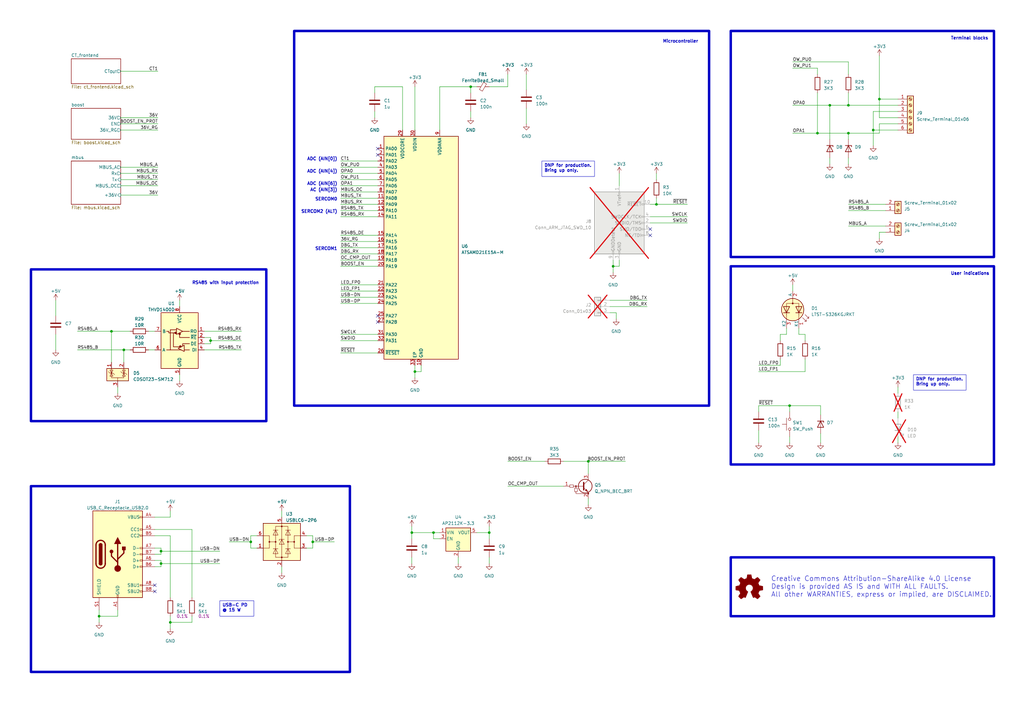
<source format=kicad_sch>
(kicad_sch (version 20230121) (generator eeschema)
  (paper "A3")
  (title_block (title "emonHP") (date "2024-08-11") (rev "0.1-dev") (company "Tilt Ltd / OpenEnergyMonitor") (comment 1 "Creative Commons Attribution-ShareAlike 4.0 License") (comment 2 "Commit: gitrev"))
  (lib_symbols
    (symbol "Connector:Conn_ARM_JTAG_SWD_10" (pin_names (offset 1.016))
      (property "Reference" "J" (at -2.54 16.51 0))
      (property "Value" "Conn_ARM_JTAG_SWD_10" (at -2.54 13.97 0))
      (symbol "Conn_ARM_JTAG_SWD_10_1_1"
        (pin power_in line (at 0 15.24 270) (length 2.54) (name "VTref") (number "1"))
        (pin open_collector line (at 12.7 7.62 180) (length 2.54) (name "~{RESET}") (number "10"))
        (pin bidirectional line (at 12.7 0 180) (length 2.54) (name "SWDIO/TMS") (number "2"))
        (pin power_in line (at 0 -15.24 90) (length 2.54) (name "GND") (number "3"))
        (pin output line (at 12.7 2.54 180) (length 2.54) (name "SWDCLK/TCK") (number "4"))
        (pin passive line (at 0 -15.24 90) (length 2.54) hide (name "GND") (number "5"))
        (pin input line (at 12.7 -2.54 180) (length 2.54) (name "SWO/TDO") (number "6"))
        (pin no_connect line (at -10.16 0 0) (length 2.54) hide (name "KEY") (number "7"))
        (pin output line (at 12.7 -5.08 180) (length 2.54) (name "NC/TDI") (number "8"))
        (pin passive line (at -2.54 -15.24 90) (length 2.54) (name "GNDDetect") (number "9"))
      )
    )
    (symbol "Connector:Screw_Terminal_01x02" (pin_names (offset 1.016) hide)
      (property "Reference" "J" (at 0 2.54 0))
      (property "Value" "Screw_Terminal_01x02" (at 0 -5.08 0))
      (symbol "Screw_Terminal_01x02_1_1"
        (pin passive line (at -5.08 0 0) (length 3.81) (name "Pin_1") (number "1"))
        (pin passive line (at -5.08 -2.54 0) (length 3.81) (name "Pin_2") (number "2"))
      )
    )
    (symbol "Connector:Screw_Terminal_01x06" (pin_names (offset 1.016) hide)
      (property "Reference" "J" (at 0 7.62 0))
      (property "Value" "Screw_Terminal_01x06" (at 0 -10.16 0))
      (symbol "Screw_Terminal_01x06_1_1"
        (pin passive line (at -5.08 5.08 0) (length 3.81) (name "Pin_1") (number "1"))
        (pin passive line (at -5.08 2.54 0) (length 3.81) (name "Pin_2") (number "2"))
        (pin passive line (at -5.08 0 0) (length 3.81) (name "Pin_3") (number "3"))
        (pin passive line (at -5.08 -2.54 0) (length 3.81) (name "Pin_4") (number "4"))
        (pin passive line (at -5.08 -5.08 0) (length 3.81) (name "Pin_5") (number "5"))
        (pin passive line (at -5.08 -7.62 0) (length 3.81) (name "Pin_6") (number "6"))
      )
    )
    (symbol "Connector:USB_C_Receptacle_USB2.0" (pin_names (offset 1.016))
      (property "Reference" "J" (at -10.16 19.05 0))
      (property "Value" "USB_C_Receptacle_USB2.0" (at 19.05 19.05 0))
      (symbol "USB_C_Receptacle_USB2.0_1_1"
        (pin passive line (at 0 -22.86 90) (length 5.08) (name "GND") (number "A1"))
        (pin passive line (at 0 -22.86 90) (length 5.08) hide (name "GND") (number "A12"))
        (pin passive line (at 15.24 15.24 180) (length 5.08) (name "VBUS") (number "A4"))
        (pin bidirectional line (at 15.24 10.16 180) (length 5.08) (name "CC1") (number "A5"))
        (pin bidirectional line (at 15.24 -2.54 180) (length 5.08) (name "D+") (number "A6"))
        (pin bidirectional line (at 15.24 2.54 180) (length 5.08) (name "D-") (number "A7"))
        (pin bidirectional line (at 15.24 -12.7 180) (length 5.08) (name "SBU1") (number "A8"))
        (pin passive line (at 15.24 15.24 180) (length 5.08) hide (name "VBUS") (number "A9"))
        (pin passive line (at 0 -22.86 90) (length 5.08) hide (name "GND") (number "B1"))
        (pin passive line (at 0 -22.86 90) (length 5.08) hide (name "GND") (number "B12"))
        (pin passive line (at 15.24 15.24 180) (length 5.08) hide (name "VBUS") (number "B4"))
        (pin bidirectional line (at 15.24 7.62 180) (length 5.08) (name "CC2") (number "B5"))
        (pin bidirectional line (at 15.24 -5.08 180) (length 5.08) (name "D+") (number "B6"))
        (pin bidirectional line (at 15.24 0 180) (length 5.08) (name "D-") (number "B7"))
        (pin bidirectional line (at 15.24 -15.24 180) (length 5.08) (name "SBU2") (number "B8"))
        (pin passive line (at 15.24 15.24 180) (length 5.08) hide (name "VBUS") (number "B9"))
        (pin passive line (at -7.62 -22.86 90) (length 5.08) (name "SHIELD") (number "S1"))
      )
    )
    (symbol "Connector_Generic:Conn_01x03" (pin_names (offset 1.016) hide)
      (property "Reference" "J" (at 0 5.08 0))
      (property "Value" "Conn_01x03" (at 0 -5.08 0))
      (symbol "Conn_01x03_1_1"
        (pin passive line (at -5.08 2.54 0) (length 3.81) (name "Pin_1") (number "1"))
        (pin passive line (at -5.08 0 0) (length 3.81) (name "Pin_2") (number "2"))
        (pin passive line (at -5.08 -2.54 0) (length 3.81) (name "Pin_3") (number "3"))
      )
    )
    (symbol "Device:C" (pin_numbers hide) (pin_names (offset 0.254))
      (property "Reference" "C" (at 0.635 2.54 0))
      (property "Value" "C" (at 0.635 -2.54 0))
      (symbol "C_1_1"
        (pin passive line (at 0 3.81 270) (length 2.794) (name "~") (number "1"))
        (pin passive line (at 0 -3.81 90) (length 2.794) (name "~") (number "2"))
      )
    )
    (symbol "Device:FerriteBead_Small" (pin_numbers hide) (pin_names (offset 0))
      (property "Reference" "FB" (at 1.905 1.27 0))
      (property "Value" "FerriteBead_Small" (at 1.905 -1.27 0))
      (symbol "FerriteBead_Small_1_1"
        (pin passive line (at 0 2.54 270) (length 1.27) (name "~") (number "1"))
        (pin passive line (at 0 -2.54 90) (length 1.27) (name "~") (number "2"))
      )
    )
    (symbol "Device:LED" (pin_numbers hide) (pin_names (offset 1.016) hide)
      (property "Reference" "D" (at 0 2.54 0))
      (property "Value" "LED" (at 0 -2.54 0))
      (symbol "LED_1_1"
        (pin passive line (at -3.81 0 0) (length 2.54) (name "K") (number "1"))
        (pin passive line (at 3.81 0 180) (length 2.54) (name "A") (number "2"))
      )
    )
    (symbol "Device:LED_Dual_KAK" (pin_names (offset 0))
      (property "Reference" "D" (at 0 5.715 0))
      (property "Value" "LED_Dual_KAK" (at 0 -6.35 0))
      (symbol "LED_Dual_KAK_1_1"
        (pin input line (at 7.62 2.54 180) (length 3.81) (name "K1") (number "1"))
        (pin input line (at -7.62 0 0) (length 3.048) (name "A") (number "2"))
        (pin input line (at 7.62 -2.54 180) (length 3.81) (name "K2") (number "3"))
      )
    )
    (symbol "Device:Q_NPN_BEC_BRT" (pin_names hide)
      (property "Reference" "Q" (at 3.81 1.27 0))
      (property "Value" "Q_NPN_BEC_BRT" (at 3.81 -1.27 0))
      (symbol "Q_NPN_BEC_BRT_1_1"
        (pin input line (at -8.89 0 0) (length 2.54) (name "B") (number "1"))
        (pin passive line (at 1.27 -5.08 90) (length 2.54) (name "E") (number "2"))
        (pin passive line (at 1.27 5.08 270) (length 2.54) (name "C") (number "3"))
      )
    )
    (symbol "Device:R" (pin_numbers hide) (pin_names (offset 0))
      (property "Reference" "R" (at 2.032 0 90))
      (property "Value" "R" (at 0 0 90))
      (symbol "R_1_1"
        (pin passive line (at 0 3.81 270) (length 1.27) (name "~") (number "1"))
        (pin passive line (at 0 -3.81 90) (length 1.27) (name "~") (number "2"))
      )
    )
    (symbol "Diode:ESD5Zxx" (pin_numbers hide) (pin_names hide)
      (property "Reference" "D" (at 0 2.54 0))
      (property "Value" "ESD5Zxx" (at 0 -2.54 0))
      (symbol "ESD5Zxx_1_1"
        (pin passive line (at -3.81 0 0) (length 2.54) (name "K") (number "1"))
        (pin passive line (at 3.81 0 180) (length 2.54) (name "A") (number "2"))
      )
    )
    (symbol "Graphic:Logo_Open_Hardware_Small" (in_bom no) (on_board no))
    (symbol "Interface_UART:THVD1400D"
      (property "Reference" "U" (at -6.096 11.43 0))
      (property "Value" "THVD1400D" (at 0.762 11.43 0))
      (symbol "THVD1400D_1_1"
        (pin output line (at -10.16 2.54 0) (length 2.54) (name "RO") (number "1"))
        (pin input line (at -10.16 0 0) (length 2.54) (name "~{RE}") (number "2"))
        (pin input line (at -10.16 -2.54 0) (length 2.54) (name "DE") (number "3"))
        (pin input line (at -10.16 -5.08 0) (length 2.54) (name "DI") (number "4"))
        (pin power_in line (at 0 -15.24 90) (length 2.54) (name "GND") (number "5"))
        (pin bidirectional line (at 10.16 -5.08 180) (length 2.54) (name "A") (number "6"))
        (pin bidirectional line (at 10.16 2.54 180) (length 2.54) (name "B") (number "7"))
        (pin power_in line (at 0 12.7 270) (length 2.54) (name "VCC") (number "8"))
      )
    )
    (symbol "MCU_Microchip_SAMD:ATSAMD21E15A-M"
      (property "Reference" "U" (at 0 2.54 0))
      (property "Value" "ATSAMD21E15A-M" (at 0 -2.54 0))
      (symbol "ATSAMD21E15A-M_1_1"
        (pin bidirectional line (at -17.78 40.64 0) (length 2.54) (name "PA00") (number "1"))
        (pin power_in line (at 0 -48.26 90) (length 2.54) (name "GND") (number "10"))
        (pin bidirectional line (at -17.78 20.32 0) (length 2.54) (name "PA08") (number "11"))
        (pin bidirectional line (at -17.78 17.78 0) (length 2.54) (name "PA09") (number "12"))
        (pin bidirectional line (at -17.78 15.24 0) (length 2.54) (name "PA10") (number "13"))
        (pin bidirectional line (at -17.78 12.7 0) (length 2.54) (name "PA11") (number "14"))
        (pin bidirectional line (at -17.78 5.08 0) (length 2.54) (name "PA14") (number "15"))
        (pin bidirectional line (at -17.78 2.54 0) (length 2.54) (name "PA15") (number "16"))
        (pin bidirectional line (at -17.78 0 0) (length 2.54) (name "PA16") (number "17"))
        (pin bidirectional line (at -17.78 -2.54 0) (length 2.54) (name "PA17") (number "18"))
        (pin bidirectional line (at -17.78 -5.08 0) (length 2.54) (name "PA18") (number "19"))
        (pin bidirectional line (at -17.78 38.1 0) (length 2.54) (name "PA01") (number "2"))
        (pin bidirectional line (at -17.78 -7.62 0) (length 2.54) (name "PA19") (number "20"))
        (pin bidirectional line (at -17.78 -15.24 0) (length 2.54) (name "PA22") (number "21"))
        (pin bidirectional line (at -17.78 -17.78 0) (length 2.54) (name "PA23") (number "22"))
        (pin bidirectional line (at -17.78 -20.32 0) (length 2.54) (name "PA24") (number "23"))
        (pin bidirectional line (at -17.78 -22.86 0) (length 2.54) (name "PA25") (number "24"))
        (pin bidirectional line (at -17.78 -27.94 0) (length 2.54) (name "PA27") (number "25"))
        (pin input line (at -17.78 -43.18 0) (length 2.54) (name "~{RESET}") (number "26"))
        (pin bidirectional line (at -17.78 -30.48 0) (length 2.54) (name "PA28") (number "27"))
        (pin passive line (at 0 -48.26 90) (length 2.54) hide (name "GND") (number "28"))
        (pin power_out line (at -7.62 48.26 270) (length 2.54) (name "VDDCORE") (number "29"))
        (pin bidirectional line (at -17.78 35.56 0) (length 2.54) (name "PA02") (number "3"))
        (pin power_in line (at -2.54 48.26 270) (length 2.54) (name "VDDIN") (number "30"))
        (pin bidirectional line (at -17.78 -35.56 0) (length 2.54) (name "PA30") (number "31"))
        (pin bidirectional line (at -17.78 -38.1 0) (length 2.54) (name "PA31") (number "32"))
        (pin passive line (at -2.54 -48.26 90) (length 2.54) (name "EP") (number "33"))
        (pin bidirectional line (at -17.78 33.02 0) (length 2.54) (name "PA03") (number "4"))
        (pin bidirectional line (at -17.78 30.48 0) (length 2.54) (name "PA04") (number "5"))
        (pin bidirectional line (at -17.78 27.94 0) (length 2.54) (name "PA05") (number "6"))
        (pin bidirectional line (at -17.78 25.4 0) (length 2.54) (name "PA06") (number "7"))
        (pin bidirectional line (at -17.78 22.86 0) (length 2.54) (name "PA07") (number "8"))
        (pin power_in line (at 7.62 48.26 270) (length 2.54) (name "VDDANA") (number "9"))
      )
    )
    (symbol "Power_Protection:NUP2105L" (pin_names hide)
      (property "Reference" "D" (at 5.715 2.54 0))
      (property "Value" "NUP2105L" (at 5.715 0.635 0))
      (symbol "NUP2105L_0_0"
        (pin passive line (at 0 -5.08 90) (length 2.54) (name "A") (number "3"))
      )
      (symbol "NUP2105L_1_1"
        (pin passive line (at -2.54 5.08 270) (length 2.54) (name "K") (number "1"))
        (pin passive line (at 2.54 5.08 270) (length 2.54) (name "K") (number "2"))
      )
    )
    (symbol "Power_Protection:USBLC6-2P6" (pin_names hide)
      (property "Reference" "U" (at 2.54 8.89 0))
      (property "Value" "USBLC6-2P6" (at 2.54 -8.89 0))
      (symbol "USBLC6-2P6_1_1"
        (pin passive line (at -10.16 -2.54 0) (length 2.54) (name "I/O1") (number "1"))
        (pin passive line (at 0 -10.16 90) (length 2.54) (name "GND") (number "2"))
        (pin passive line (at 10.16 -2.54 180) (length 2.54) (name "I/O2") (number "3"))
        (pin passive line (at 10.16 2.54 180) (length 2.54) (name "I/O2") (number "4"))
        (pin passive line (at 0 10.16 270) (length 2.54) (name "VBUS") (number "5"))
        (pin passive line (at -10.16 2.54 0) (length 2.54) (name "I/O1") (number "6"))
      )
    )
    (symbol "Regulator_Linear:AP2112K-3.3" (pin_names (offset 0.254))
      (property "Reference" "U" (at -5.08 5.715 0))
      (property "Value" "AP2112K-3.3" (at 0 5.715 0))
      (symbol "AP2112K-3.3_1_1"
        (pin power_in line (at -7.62 2.54 0) (length 2.54) (name "VIN") (number "1"))
        (pin power_in line (at 0 -7.62 90) (length 2.54) (name "GND") (number "2"))
        (pin input line (at -7.62 0 0) (length 2.54) (name "EN") (number "3"))
        (pin no_connect line (at 5.08 0 180) (length 2.54) hide (name "NC") (number "4"))
        (pin power_out line (at 7.62 2.54 180) (length 2.54) (name "VOUT") (number "5"))
      )
    )
    (symbol "Switch:SW_Push" (pin_numbers hide) (pin_names (offset 1.016) hide)
      (property "Reference" "SW" (at 1.27 2.54 0))
      (property "Value" "SW_Push" (at 0 -1.524 0))
      (symbol "SW_Push_0_1"
        (pin passive line (at -5.08 0 0) (length 2.54) (name "1") (number "1"))
        (pin passive line (at 5.08 0 180) (length 2.54) (name "2") (number "2"))
      )
    )
    (symbol "power:+3V3" (power) (pin_names (offset 0))
      (property "Value" "+3V3" (at 0 3.556 0))
      (symbol "+3V3_1_1"
        (pin power_in line (at 0 0 90) (length 0) hide (name "+3V3") (number "1"))
      )
    )
    (symbol "power:+5V" (power) (pin_names (offset 0))
      (property "Value" "+5V" (at 0 3.556 0))
      (symbol "+5V_1_1"
        (pin power_in line (at 0 0 90) (length 0) hide (name "+5V") (number "1"))
      )
    )
    (symbol "power:GND" (power) (pin_names (offset 0))
      (property "Value" "GND" (at 0 -3.81 0))
      (symbol "GND_1_1"
        (pin power_in line (at 0 0 270) (length 0) hide (name "GND") (number "1"))
      )
    )
  )
  (junction (at 200.66 218.44))
  (junction (at 170.18 152.4))
  (junction (at 168.91 218.44))
  (junction (at 347.98 54.61))
  (junction (at 360.68 40.64))
  (junction (at 340.36 43.18))
  (junction (at 269.24 83.82))
  (junction (at 50.8 143.51))
  (junction (at 86.36 139.7))
  (junction (at 335.28 54.61))
  (junction (at 66.04 231.14))
  (junction (at 128.27 222.25))
  (junction (at 323.85 166.37))
  (junction (at 66.04 226.06))
  (junction (at 177.8 218.44))
  (junction (at 40.64 252.73))
  (junction (at 347.98 43.18))
  (junction (at 251.46 109.22))
  (junction (at 358.14 53.34))
  (junction (at 102.87 222.25))
  (junction (at 45.72 135.89))
  (junction (at 69.85 255.27))
  (junction (at 193.04 35.56))
  (junction (at 241.3 189.23))
  (no_connect (at 266.7 93.98))
  (no_connect (at 63.5 240.03))
  (no_connect (at 154.94 129.54))
  (no_connect (at 266.7 96.52))
  (no_connect (at 154.94 132.08))
  (no_connect (at 154.94 60.96))
  (no_connect (at 63.5 242.57))
  (no_connect (at 154.94 63.5))
  (wire (pts (xy 200.66 228.6) (xy 200.66 231.14)))
  (wire (pts (xy 363.22 95.25) (xy 360.68 95.25)))
  (wire (pts (xy 368.3 158.75) (xy 368.3 161.29)))
  (wire (pts (xy 139.7 124.46) (xy 154.94 124.46)))
  (wire (pts (xy 66.04 231.14) (xy 90.17 231.14)))
  (wire (pts (xy 330.2 137.16) (xy 330.2 139.7)))
  (wire (pts (xy 336.55 166.37) (xy 336.55 170.18)))
  (wire (pts (xy 172.72 149.86) (xy 172.72 152.4)))
  (wire (pts (xy 325.12 27.94) (xy 335.28 27.94)))
  (wire (pts (xy 323.85 166.37) (xy 336.55 166.37)))
  (wire (pts (xy 323.85 179.07) (xy 323.85 181.61)))
  (wire (pts (xy 139.7 66.04) (xy 154.94 66.04)))
  (wire (pts (xy 180.34 53.34) (xy 180.34 35.56)))
  (wire (pts (xy 168.91 218.44) (xy 168.91 215.9)))
  (wire (pts (xy 102.87 224.79) (xy 105.41 224.79)))
  (wire (pts (xy 128.27 222.25) (xy 128.27 224.79)))
  (wire (pts (xy 139.7 101.6) (xy 154.94 101.6)))
  (wire (pts (xy 360.68 95.25) (xy 360.68 97.79)))
  (wire (pts (xy 250.19 128.27) (xy 252.73 128.27)))
  (wire (pts (xy 102.87 222.25) (xy 102.87 224.79)))
  (wire (pts (xy 358.14 53.34) (xy 368.3 53.34)))
  (wire (pts (xy 200.66 218.44) (xy 200.66 220.98)))
  (wire (pts (xy 139.7 139.7) (xy 154.94 139.7)))
  (wire (pts (xy 347.98 43.18) (xy 347.98 38.1)))
  (wire (pts (xy 327.66 134.62) (xy 327.66 137.16)))
  (wire (pts (xy 322.58 137.16) (xy 320.04 137.16)))
  (wire (pts (xy 170.18 152.4) (xy 170.18 154.94)))
  (wire (pts (xy 139.7 81.28) (xy 154.94 81.28)))
  (wire (pts (xy 168.91 220.98) (xy 168.91 218.44)))
  (wire (pts (xy 360.68 48.26) (xy 360.68 40.64)))
  (wire (pts (xy 347.98 30.48) (xy 347.98 25.4)))
  (wire (pts (xy 325.12 116.84) (xy 325.12 119.38)))
  (wire (pts (xy 231.14 189.23) (xy 241.3 189.23)))
  (wire (pts (xy 170.18 35.56) (xy 170.18 53.34)))
  (wire (pts (xy 193.04 38.1) (xy 193.04 35.56)))
  (wire (pts (xy 66.04 232.41) (xy 63.5 232.41)))
  (wire (pts (xy 40.64 252.73) (xy 40.64 255.27)))
  (wire (pts (xy 325.12 43.18) (xy 340.36 43.18)))
  (wire (pts (xy 49.53 76.2) (xy 64.77 76.2)))
  (wire (pts (xy 208.28 189.23) (xy 223.52 189.23)))
  (wire (pts (xy 311.15 149.86) (xy 320.04 149.86)))
  (wire (pts (xy 86.36 139.7) (xy 99.06 139.7)))
  (wire (pts (xy 153.67 45.72) (xy 153.67 48.26)))
  (wire (pts (xy 115.57 209.55) (xy 115.57 212.09)))
  (wire (pts (xy 311.15 168.91) (xy 311.15 166.37)))
  (wire (pts (xy 325.12 25.4) (xy 347.98 25.4)))
  (wire (pts (xy 187.96 228.6) (xy 187.96 231.14)))
  (wire (pts (xy 358.14 45.72) (xy 368.3 45.72)))
  (wire (pts (xy 340.36 43.18) (xy 347.98 43.18)))
  (wire (pts (xy 83.82 138.43) (xy 86.36 138.43)))
  (wire (pts (xy 215.9 44.45) (xy 215.9 50.8)))
  (wire (pts (xy 139.7 78.74) (xy 154.94 78.74)))
  (wire (pts (xy 49.53 48.26) (xy 64.77 48.26)))
  (wire (pts (xy 200.66 35.56) (xy 208.28 35.56)))
  (wire (pts (xy 363.22 86.36) (xy 347.98 86.36)))
  (wire (pts (xy 128.27 222.25) (xy 137.16 222.25)))
  (wire (pts (xy 139.7 71.12) (xy 154.94 71.12)))
  (wire (pts (xy 165.1 35.56) (xy 165.1 53.34)))
  (wire (pts (xy 360.68 22.86) (xy 360.68 40.64)))
  (wire (pts (xy 358.14 45.72) (xy 358.14 53.34)))
  (wire (pts (xy 105.41 219.71) (xy 102.87 219.71)))
  (wire (pts (xy 254 71.12) (xy 254 76.2)))
  (wire (pts (xy 63.5 217.17) (xy 78.74 217.17)))
  (wire (pts (xy 60.96 143.51) (xy 63.5 143.51)))
  (wire (pts (xy 102.87 219.71) (xy 102.87 222.25)))
  (wire (pts (xy 69.85 255.27) (xy 78.74 255.27)))
  (wire (pts (xy 63.5 212.09) (xy 69.85 212.09)))
  (wire (pts (xy 340.36 64.77) (xy 340.36 67.31)))
  (wire (pts (xy 251.46 106.68) (xy 251.46 109.22)))
  (wire (pts (xy 335.28 54.61) (xy 335.28 38.1)))
  (wire (pts (xy 266.7 83.82) (xy 269.24 83.82)))
  (wire (pts (xy 208.28 199.39) (xy 231.14 199.39)))
  (wire (pts (xy 139.7 106.68) (xy 154.94 106.68)))
  (wire (pts (xy 170.18 152.4) (xy 172.72 152.4)))
  (wire (pts (xy 347.98 54.61) (xy 347.98 57.15)))
  (wire (pts (xy 83.82 143.51) (xy 99.06 143.51)))
  (wire (pts (xy 269.24 71.12) (xy 269.24 73.66)))
  (wire (pts (xy 78.74 217.17) (xy 78.74 245.11)))
  (wire (pts (xy 45.72 135.89) (xy 45.72 148.59)))
  (wire (pts (xy 69.85 212.09) (xy 69.85 209.55)))
  (wire (pts (xy 139.7 83.82) (xy 154.94 83.82)))
  (wire (pts (xy 241.3 204.47) (xy 241.3 207.01)))
  (wire (pts (xy 50.8 143.51) (xy 53.34 143.51)))
  (wire (pts (xy 322.58 134.62) (xy 322.58 137.16)))
  (wire (pts (xy 360.68 54.61) (xy 347.98 54.61)))
  (wire (pts (xy 31.75 135.89) (xy 45.72 135.89)))
  (wire (pts (xy 193.04 35.56) (xy 195.58 35.56)))
  (wire (pts (xy 266.7 91.44) (xy 281.94 91.44)))
  (wire (pts (xy 139.7 104.14) (xy 154.94 104.14)))
  (wire (pts (xy 320.04 147.32) (xy 320.04 149.86)))
  (wire (pts (xy 63.5 219.71) (xy 69.85 219.71)))
  (wire (pts (xy 266.7 88.9) (xy 281.94 88.9)))
  (wire (pts (xy 139.7 76.2) (xy 154.94 76.2)))
  (wire (pts (xy 330.2 147.32) (xy 330.2 152.4)))
  (wire (pts (xy 180.34 220.98) (xy 177.8 220.98)))
  (wire (pts (xy 311.15 176.53) (xy 311.15 181.61)))
  (wire (pts (xy 73.66 153.67) (xy 73.66 156.21)))
  (wire (pts (xy 340.36 43.18) (xy 340.36 57.15)))
  (wire (pts (xy 83.82 140.97) (xy 86.36 140.97)))
  (wire (pts (xy 311.15 166.37) (xy 323.85 166.37)))
  (wire (pts (xy 241.3 189.23) (xy 241.3 194.31)))
  (wire (pts (xy 139.7 86.36) (xy 154.94 86.36)))
  (wire (pts (xy 252.73 128.27) (xy 252.73 130.81)))
  (wire (pts (xy 128.27 219.71) (xy 128.27 222.25)))
  (wire (pts (xy 125.73 219.71) (xy 128.27 219.71)))
  (wire (pts (xy 40.64 252.73) (xy 48.26 252.73)))
  (wire (pts (xy 336.55 177.8) (xy 336.55 181.61)))
  (wire (pts (xy 347.98 54.61) (xy 335.28 54.61)))
  (wire (pts (xy 49.53 50.8) (xy 64.77 50.8)))
  (wire (pts (xy 69.85 255.27) (xy 69.85 257.81)))
  (wire (pts (xy 48.26 250.19) (xy 48.26 252.73)))
  (wire (pts (xy 325.12 54.61) (xy 335.28 54.61)))
  (wire (pts (xy 168.91 228.6) (xy 168.91 231.14)))
  (wire (pts (xy 139.7 68.58) (xy 154.94 68.58)))
  (wire (pts (xy 254 106.68) (xy 254 109.22)))
  (wire (pts (xy 360.68 50.8) (xy 360.68 54.61)))
  (wire (pts (xy 115.57 232.41) (xy 115.57 234.95)))
  (wire (pts (xy 50.8 143.51) (xy 50.8 148.59)))
  (wire (pts (xy 180.34 35.56) (xy 193.04 35.56)))
  (wire (pts (xy 78.74 252.73) (xy 78.74 255.27)))
  (wire (pts (xy 327.66 137.16) (xy 330.2 137.16)))
  (wire (pts (xy 139.7 137.16) (xy 154.94 137.16)))
  (wire (pts (xy 208.28 35.56) (xy 208.28 30.48)))
  (wire (pts (xy 251.46 109.22) (xy 251.46 111.76)))
  (wire (pts (xy 45.72 135.89) (xy 53.34 135.89)))
  (wire (pts (xy 195.58 218.44) (xy 200.66 218.44)))
  (wire (pts (xy 139.7 121.92) (xy 154.94 121.92)))
  (wire (pts (xy 60.96 135.89) (xy 63.5 135.89)))
  (wire (pts (xy 193.04 45.72) (xy 193.04 48.26)))
  (wire (pts (xy 363.22 92.71) (xy 347.98 92.71)))
  (wire (pts (xy 347.98 64.77) (xy 347.98 67.31)))
  (wire (pts (xy 49.53 53.34) (xy 64.77 53.34)))
  (wire (pts (xy 360.68 48.26) (xy 368.3 48.26)))
  (wire (pts (xy 66.04 224.79) (xy 63.5 224.79)))
  (wire (pts (xy 66.04 226.06) (xy 66.04 224.79)))
  (wire (pts (xy 153.67 38.1) (xy 153.67 35.56)))
  (wire (pts (xy 40.64 250.19) (xy 40.64 252.73)))
  (wire (pts (xy 368.3 179.07) (xy 368.3 181.61)))
  (wire (pts (xy 139.7 99.06) (xy 154.94 99.06)))
  (wire (pts (xy 86.36 139.7) (xy 86.36 140.97)))
  (wire (pts (xy 265.43 123.19) (xy 250.19 123.19)))
  (wire (pts (xy 69.85 219.71) (xy 69.85 245.11)))
  (wire (pts (xy 251.46 109.22) (xy 254 109.22)))
  (wire (pts (xy 368.3 168.91) (xy 368.3 171.45)))
  (wire (pts (xy 265.43 125.73) (xy 250.19 125.73)))
  (wire (pts (xy 86.36 138.43) (xy 86.36 139.7)))
  (wire (pts (xy 368.3 50.8) (xy 360.68 50.8)))
  (wire (pts (xy 200.66 218.44) (xy 200.66 215.9)))
  (wire (pts (xy 269.24 81.28) (xy 269.24 83.82)))
  (wire (pts (xy 73.66 123.19) (xy 73.66 125.73)))
  (wire (pts (xy 311.15 152.4) (xy 330.2 152.4)))
  (wire (pts (xy 347.98 43.18) (xy 368.3 43.18)))
  (wire (pts (xy 320.04 137.16) (xy 320.04 139.7)))
  (wire (pts (xy 241.3 189.23) (xy 256.54 189.23)))
  (wire (pts (xy 139.7 144.78) (xy 154.94 144.78)))
  (wire (pts (xy 66.04 229.87) (xy 66.04 231.14)))
  (wire (pts (xy 139.7 109.22) (xy 154.94 109.22)))
  (wire (pts (xy 358.14 53.34) (xy 358.14 59.69)))
  (wire (pts (xy 153.67 35.56) (xy 165.1 35.56)))
  (wire (pts (xy 125.73 224.79) (xy 128.27 224.79)))
  (wire (pts (xy 323.85 166.37) (xy 323.85 168.91)))
  (wire (pts (xy 49.53 71.12) (xy 64.77 71.12)))
  (wire (pts (xy 49.53 80.01) (xy 64.77 80.01)))
  (wire (pts (xy 139.7 119.38) (xy 154.94 119.38)))
  (wire (pts (xy 335.28 30.48) (xy 335.28 27.94)))
  (wire (pts (xy 49.53 29.21) (xy 64.77 29.21)))
  (wire (pts (xy 31.75 143.51) (xy 50.8 143.51)))
  (wire (pts (xy 269.24 83.82) (xy 281.94 83.82)))
  (wire (pts (xy 48.26 158.75) (xy 48.26 161.29)))
  (wire (pts (xy 170.18 149.86) (xy 170.18 152.4)))
  (wire (pts (xy 139.7 73.66) (xy 154.94 73.66)))
  (wire (pts (xy 69.85 252.73) (xy 69.85 255.27)))
  (wire (pts (xy 49.53 68.58) (xy 64.77 68.58)))
  (wire (pts (xy 83.82 135.89) (xy 99.06 135.89)))
  (wire (pts (xy 177.8 218.44) (xy 180.34 218.44)))
  (wire (pts (xy 363.22 83.82) (xy 347.98 83.82)))
  (wire (pts (xy 168.91 218.44) (xy 177.8 218.44)))
  (wire (pts (xy 177.8 218.44) (xy 177.8 220.98)))
  (wire (pts (xy 139.7 116.84) (xy 154.94 116.84)))
  (wire (pts (xy 66.04 227.33) (xy 66.04 226.06)))
  (wire (pts (xy 93.98 222.25) (xy 102.87 222.25)))
  (wire (pts (xy 63.5 227.33) (xy 66.04 227.33)))
  (wire (pts (xy 63.5 229.87) (xy 66.04 229.87)))
  (wire (pts (xy 22.86 123.19) (xy 22.86 129.54)))
  (wire (pts (xy 22.86 137.16) (xy 22.86 143.51)))
  (wire (pts (xy 49.53 73.66) (xy 64.77 73.66)))
  (wire (pts (xy 66.04 231.14) (xy 66.04 232.41)))
  (wire (pts (xy 360.68 40.64) (xy 368.3 40.64)))
  (wire (pts (xy 66.04 226.06) (xy 90.17 226.06)))
  (wire (pts (xy 139.7 88.9) (xy 154.94 88.9)))
  (wire (pts (xy 139.7 96.52) (xy 154.94 96.52)))
  (wire (pts (xy 215.9 30.48) (xy 215.9 36.83)))
  (rectangle (start 299.72 12.7) (end 407.67 105.41) (stroke (width 1)))
  (rectangle (start 299.72 228.6) (end 407.67 252.73) (stroke (width 1)))
  (rectangle (start 12.7 110.49) (end 109.22 172.72) (stroke (width 1)))
  (rectangle (start 120.65 12.7) (end 290.83 166.37) (stroke (width 1)))
  (rectangle (start 12.7 199.39) (end 143.51 275.59) (stroke (width 1)))
  (rectangle (start 299.72 109.22) (end 407.67 190.5) (stroke (width 1)))
  (text_box "USB-C PD\n@ 15 W" (at 90.17 246.38 0) (size 13.97 6.35) (effects (font (size 1.27 1.27) (thickness 0.254) bold) (justify left top)))
  (text_box "DNP for production.\nBring up only." (at 374.65 153.67 0) (size 21.59 6.35) (effects (font (size 1.27 1.27) bold) (justify left top)))
  (text_box "DNP for production.\nBring up only." (at 222.25 66.04 0) (size 21.59 6.35) (effects (font (size 1.27 1.27) bold) (justify left top)))
  (text "RS485 with input protection" (at 78.74 116.84 0) (effects (font (size 1.27 1.27) (thickness 0.254) bold) (justify left bottom)))
  (text "ADC (AIN[4])" (at 138.43 71.12 0) (effects (font (size 1.27 1.27) bold) (justify right bottom)))
  (text "SERCOM2 (ALT)" (at 138.43 87.63 0) (effects (font (size 1.27 1.27) bold) (justify right bottom)))
  (text "ADC (AIN[6])" (at 138.43 76.2 0) (effects (font (size 1.27 1.27) bold) (justify right bottom)))
  (text "AC (AIN[3])" (at 138.43 78.74 0) (effects (font (size 1.27 1.27) bold) (justify right bottom)))
  (text "SERCOM0" (at 138.43 82.55 0) (effects (font (size 1.27 1.27) bold) (justify right bottom)))
  (text "Terminal blocks" (at 389.89 16.51 0) (effects (font (size 1.27 1.27) bold) (justify left bottom)))
  (text "Microcontroller" (at 271.78 17.78 0) (effects (font (size 1.27 1.27) bold) (justify left bottom)))
  (text "ADC (AIN[0])" (at 138.43 66.04 0) (effects (font (size 1.27 1.27) bold) (justify right bottom)))
  (text "User indications" (at 389.89 113.03 0) (effects (font (size 1.27 1.27) bold) (justify left bottom)))
  (text "SERCOM1" (at 138.43 102.87 0) (effects (font (size 1.27 1.27) bold) (justify right bottom)))
  (text "Creative Commons Attribution-ShareAlike 4.0 License\nDesign is provided AS IS and WITH ALL FAULTS.\nAll other WARRANTIES, express or implied, are DISCLAIMED." (at 316.23 245.11 0) (effects (font (size 2 2)) (justify left bottom)))
  (label "RS485_TX" (at 99.06 143.51 180))
  (label "RS485_A" (at 31.75 135.89 0))
  (label "RS485_DE" (at 139.7 96.52 0))
  (label "LED_FP1" (at 139.7 119.38 0))
  (label "DBG_RX" (at 265.43 125.73 180))
  (label "MBUS_RX" (at 64.77 71.12 180))
  (label "OPA1" (at 325.12 54.61 0))
  (label "BOOST_EN_PROT" (at 64.77 50.8 180))
  (label "MBUS_TX" (at 64.77 73.66 180))
  (label "DBG_TX" (at 139.7 101.6 0))
  (label "RS485_RX" (at 139.7 88.9 0))
  (label "36V" (at 64.77 80.01 180))
  (label "OPA0" (at 139.7 71.12 0))
  (label "BOOST_EN" (at 139.7 109.22 0))
  (label "SWDIO" (at 139.7 139.7 0))
  (label "RS485_A" (at 347.98 83.82 0))
  (label "RS485_TX" (at 139.7 86.36 0))
  (label "LED_FP0" (at 311.15 149.86 0))
  (label "OW_PU1" (at 325.12 27.94 0))
  (label "OW_PU1" (at 139.7 73.66 0))
  (label "OW_PU0" (at 325.12 25.4 0))
  (label "MBUS_OC" (at 64.77 76.2 180))
  (label "USB-DN" (at 90.17 226.06 180))
  (label "36V_RG" (at 139.7 99.06 0))
  (label "~{RESET}" (at 311.15 166.37 0))
  (label "OC_CMP_OUT" (at 139.7 106.68 0))
  (label "OPA0" (at 325.12 43.18 0))
  (label "CT1" (at 139.7 66.04 0))
  (label "36V_RG" (at 64.77 53.34 180))
  (label "DBG_TX" (at 265.43 123.19 180))
  (label "RS485_B" (at 31.75 143.51 0))
  (label "SWCLK" (at 281.94 88.9 180))
  (label "RS485_RX" (at 99.06 135.89 180))
  (label "~{RESET}" (at 139.7 144.78 0))
  (label "USB-DP" (at 137.16 222.25 180))
  (label "USB-DP" (at 90.17 231.14 180))
  (label "MBUS_A" (at 64.77 68.58 180))
  (label "RS485_DE" (at 99.06 139.7 180))
  (label "SWCLK" (at 139.7 137.16 0))
  (label "SWDIO" (at 281.94 91.44 180))
  (label "~{RESET}" (at 281.94 83.82 180))
  (label "MBUS_TX" (at 139.7 81.28 0))
  (label "DBG_RX" (at 139.7 104.14 0))
  (label "BOOST_EN_PROT" (at 256.54 189.23 180))
  (label "MBUS_RX" (at 139.7 83.82 0))
  (label "MBUS_A" (at 347.98 92.71 0))
  (label "OW_PU0" (at 139.7 68.58 0))
  (label "USB-DP" (at 139.7 124.46 0))
  (label "RS485_B" (at 347.98 86.36 0))
  (label "CT1" (at 64.77 29.21 180))
  (label "USB-DN" (at 139.7 121.92 0))
  (label "LED_FP1" (at 311.15 152.4 0))
  (label "OC_CMP_OUT" (at 208.28 199.39 0))
  (label "LED_FP0" (at 139.7 116.84 0))
  (label "OPA1" (at 139.7 76.2 0))
  (label "USB-DN" (at 93.98 222.25 0))
  (label "BOOST_EN" (at 208.28 189.23 0))
  (label "MBUS_OC" (at 139.7 78.74 0))
  (label "36V" (at 64.77 48.26 180))
  (symbol (lib_id "power:+3V3") (at 200.66 215.9 0) (unit 1)
    (property "Reference" "#PWR020" (effects hide))
    (property "Value" "+3V3" (at 200.66 212.09 0))
  )
  (symbol (lib_id "power:+5V") (at 69.85 209.55 0) (unit 1)
    (property "Reference" "#PWR07" (effects hide))
    (property "Value" "+5V" (at 69.85 205.74 0))
  )
  (symbol (lib_id "Device:R") (at 335.28 34.29 0) (unit 1)
    (property "Reference" "R27" (at 337.82 33.655 0) (effects (justify left)))
    (property "Value" "3K3" (at 337.82 36.195 0) (effects (justify left)))
    (property "Footprint" "Resistor_SMD:R_0402_1005Metric" (effects hide))
  )
  (symbol (lib_id "Regulator_Linear:AP2112K-3.3") (at 187.96 220.98 0) (unit 1)
    (property "Reference" "U4" (at 187.96 212.09 0))
    (property "Value" "AP2112K-3.3" (at 187.96 214.63 0))
    (property "Footprint" "Package_TO_SOT_SMD:SOT-23-5" (effects hide))
    (property "Datasheet" "https://www.diodes.com/assets/Datasheets/AP2112.pdf" (effects hide))
  )
  (symbol (lib_id "power:GND") (at 193.04 48.26 0) (unit 1)
    (property "Reference" "#PWR09" (effects hide))
    (property "Value" "GND" (at 193.04 53.34 0))
  )
  (symbol (lib_id "power:GND") (at 168.91 231.14 0) (unit 1)
    (property "Reference" "#PWR015" (effects hide))
    (property "Value" "GND" (at 168.91 236.22 0))
  )
  (symbol (lib_id "power:+5V") (at 73.66 123.19 0) (unit 1)
    (property "Reference" "#PWR01" (effects hide))
    (property "Value" "+5V" (at 73.66 119.38 0))
  )
  (symbol (lib_id "power:GND") (at 241.3 207.01 0) (unit 1)
    (property "Reference" "#PWR059" (effects hide))
    (property "Value" "GND" (at 241.3 212.09 0))
  )
  (symbol (lib_id "Diode:ESD5Zxx") (at 340.36 60.96 270) (unit 1)
    (property "Reference" "D8" (at 342.9 60.325 90) (effects (justify left)))
    (property "Value" "ESD5Z3.3T5G" (effects hide))
    (property "Footprint" "Diode_SMD:D_SOD-523" (effects hide))
    (property "Datasheet" "https://www.onsemi.com/pdf/datasheet/esd5z2.5t1-d.pdf" (effects hide))
  )
  (symbol (lib_id "Device:C") (at 215.9 40.64 0) (unit 1)
    (property "Reference" "C3" (at 219.71 40.005 0) (effects (justify left)))
    (property "Value" "100n" (at 219.71 42.545 0) (effects (justify left)))
    (property "Footprint" "Capacitor_SMD:C_0402_1005Metric" (effects hide))
  )
  (symbol (lib_id "power:GND") (at 22.86 143.51 0) (unit 1)
    (property "Reference" "#PWR045" (effects hide))
    (property "Value" "GND" (at 22.86 148.59 0))
  )
  (symbol (lib_id "Device:C") (at 193.04 41.91 0) (unit 1)
    (property "Reference" "C2" (at 196.85 41.275 0) (effects (justify left)))
    (property "Value" "100n" (at 196.85 43.815 0) (effects (justify left)))
    (property "Footprint" "Capacitor_SMD:C_0402_1005Metric" (effects hide))
  )
  (symbol (lib_id "Device:LED") (at 368.3 175.26 90) (unit 1) (dnp yes)
    (property "Reference" "D10" (at 372.11 176.2125 90) (effects (justify right)))
    (property "Value" "LED" (at 372.11 178.7525 90) (effects (justify right)))
    (property "Footprint" "LED_SMD:LED_0805_2012Metric" (effects hide))
  )
  (symbol (lib_id "MCU_Microchip_SAMD:ATSAMD21E15A-M") (at 172.72 101.6 0) (unit 1)
    (property "Reference" "U6" (at 189.23 100.965 0) (effects (justify left)))
    (property "Value" "ATSAMD21E15A-M" (at 189.23 103.505 0) (effects (justify left)))
    (property "Footprint" "Package_DFN_QFN:QFN-32-1EP_5x5mm_P0.5mm_EP3.6x3.6mm" (effects hide))
    (property "Datasheet" "http://ww1.microchip.com/downloads/en/DeviceDoc/SAM_D21_DA1_Family_Data%20Sheet_DS40001882E.pdf" (effects hide))
  )
  (symbol (lib_id "Device:R") (at 347.98 34.29 0) (unit 1)
    (property "Reference" "R28" (at 350.52 33.655 0) (effects (justify left)))
    (property "Value" "3K3" (at 350.52 36.195 0) (effects (justify left)))
    (property "Footprint" "Resistor_SMD:R_0402_1005Metric" (effects hide))
  )
  (symbol (lib_id "power:GND") (at 323.85 181.61 0) (unit 1)
    (property "Reference" "#PWR049" (effects hide))
    (property "Value" "GND" (at 323.85 186.69 0))
  )
  (symbol (lib_id "power:+5V") (at 325.12 116.84 0) (unit 1)
    (property "Reference" "#PWR029" (effects hide))
    (property "Value" "+5V" (at 325.12 113.03 0))
  )
  (symbol (lib_id "Device:C") (at 153.67 41.91 0) (unit 1)
    (property "Reference" "C1" (at 157.48 41.275 0) (effects (justify left)))
    (property "Value" "1u" (at 157.48 43.815 0) (effects (justify left)))
    (property "Footprint" "Capacitor_SMD:C_0402_1005Metric" (effects hide))
  )
  (symbol (lib_id "power:+3V3") (at 368.3 158.75 0) (unit 1)
    (property "Reference" "#PWR058" (effects hide))
    (property "Value" "+3V3" (at 368.3 154.94 0))
  )
  (symbol (lib_id "power:+3V3") (at 208.28 30.48 0) (unit 1)
    (property "Reference" "#PWR010" (effects hide))
    (property "Value" "+3V3" (at 208.28 26.67 0))
  )
  (symbol (lib_id "Device:R") (at 269.24 77.47 0) (unit 1)
    (property "Reference" "R3" (at 271.78 76.835 0) (effects (justify left)))
    (property "Value" "10K" (at 271.78 79.375 0) (effects (justify left)))
    (property "Footprint" "Resistor_SMD:R_0402_1005Metric" (effects hide))
  )
  (symbol (lib_id "power:GND") (at 69.85 257.81 0) (unit 1)
    (property "Reference" "#PWR08" (effects hide))
    (property "Value" "GND" (at 69.85 262.89 0))
  )
  (symbol (lib_id "Connector:Conn_ARM_JTAG_SWD_10") (at 254 91.44 0) (unit 1) (dnp yes)
    (property "Reference" "J8" (at 242.57 90.805 0) (effects (justify right)))
    (property "Value" "Conn_ARM_JTAG_SWD_10" (at 242.57 93.345 0) (effects (justify right)))
    (property "Footprint" "Connector_PinHeader_1.27mm:PinHeader_2x05_P1.27mm_Vertical_SMD" (effects hide))
    (property "Datasheet" "http://infocenter.arm.com/help/topic/com.arm.doc.ddi0314h/DDI0314H_coresight_components_trm.pdf" (effects hide))
  )
  (symbol (lib_id "Device:R") (at 78.74 248.92 0) (unit 1)
    (property "Reference" "R2" (at 81.28 248.285 0) (effects (justify left)))
    (property "Value" "5K1" (at 81.28 250.825 0) (effects (justify left)))
    (property "Footprint" "Resistor_SMD:R_0402_1005Metric" (effects hide))
    (property "Tolerance" "0.1%" (at 81.28 252.73 0) (effects (justify left)))
  )
  (symbol (lib_id "Power_Protection:USBLC6-2P6") (at 115.57 222.25 0) (unit 1)
    (property "Reference" "U3" (at 117.2211 210.82 0) (effects (justify left)))
    (property "Value" "USBLC6-2P6" (at 117.2211 213.36 0) (effects (justify left)))
    (property "Footprint" "Package_TO_SOT_SMD:SOT-666" (effects hide))
    (property "Datasheet" "https://www.st.com/resource/en/datasheet/usblc6-2.pdf" (effects hide))
  )
  (symbol (lib_id "Graphic:Logo_Open_Hardware_Small") (at 307.34 241.3 0) (unit 1) (in_bom no) (on_board no)
    (property "Reference" "#SYM1" (effects hide))
    (property "Value" "Logo_Open_Hardware_Small" (effects hide))
    (property "Sim.Enable" "0" (effects hide))
  )
  (symbol (lib_id "power:+5V") (at 22.86 123.19 0) (unit 1)
    (property "Reference" "#PWR044" (effects hide))
    (property "Value" "+5V" (at 22.86 119.38 0))
  )
  (symbol (lib_id "power:GND") (at 340.36 67.31 0) (unit 1)
    (property "Reference" "#PWR055" (effects hide))
    (property "Value" "GND" (at 340.36 72.39 0))
  )
  (symbol (lib_id "power:GND") (at 48.26 161.29 0) (unit 1)
    (property "Reference" "#PWR051" (effects hide))
    (property "Value" "GND" (at 48.26 166.37 0))
  )
  (symbol (lib_id "Device:C") (at 168.91 224.79 0) (unit 1)
    (property "Reference" "C8" (at 172.72 224.155 0) (effects (justify left)))
    (property "Value" "1u" (at 172.72 226.695 0) (effects (justify left)))
    (property "Footprint" "Capacitor_SMD:C_0402_1005Metric" (effects hide))
  )
  (symbol (lib_id "Device:C") (at 311.15 172.72 0) (unit 1)
    (property "Reference" "C13" (at 314.96 172.085 0) (effects (justify left)))
    (property "Value" "100n" (at 314.96 174.625 0) (effects (justify left)))
    (property "Footprint" "Capacitor_SMD:C_0402_1005Metric" (effects hide))
  )
  (symbol (lib_id "power:+5V") (at 168.91 215.9 0) (unit 1)
    (property "Reference" "#PWR018" (effects hide))
    (property "Value" "+5V" (at 168.91 212.09 0))
  )
  (symbol (lib_id "Switch:SW_Push") (at 323.85 173.99 90) (unit 1)
    (property "Reference" "SW1" (at 325.12 173.355 90) (effects (justify right)))
    (property "Value" "SW_Push" (at 325.12 175.895 90) (effects (justify right)))
    (property "Footprint" "Button_Switch_SMD:Panasonic_EVQPUJ_EVQPUA" (effects hide))
  )
  (symbol (lib_id "Device:R") (at 69.85 248.92 0) (unit 1)
    (property "Reference" "R1" (at 72.39 248.285 0) (effects (justify left)))
    (property "Value" "5K1" (at 72.39 250.825 0) (effects (justify left)))
    (property "Footprint" "Resistor_SMD:R_0402_1005Metric" (effects hide))
    (property "Tolerance" "0.1%" (at 72.39 252.73 0) (effects (justify left)))
  )
  (symbol (lib_id "Connector:USB_C_Receptacle_USB2.0") (at 48.26 227.33 0) (unit 1)
    (property "Reference" "J1" (at 48.26 205.74 0))
    (property "Value" "USB_C_Receptacle_USB2.0" (at 48.26 208.28 0))
    (property "Footprint" "valcon-usb:CSP-USC16-TR" (effects hide))
    (property "Datasheet" "https://www.usb.org/sites/default/files/documents/usb_type-c.zip" (effects hide))
  )
  (symbol (lib_id "Device:C") (at 200.66 224.79 0) (unit 1)
    (property "Reference" "C9" (at 204.47 224.155 0) (effects (justify left)))
    (property "Value" "1u" (at 204.47 226.695 0) (effects (justify left)))
    (property "Footprint" "Capacitor_SMD:C_0402_1005Metric" (effects hide))
  )
  (symbol (lib_id "Device:R") (at 57.15 135.89 90) (unit 1)
    (property "Reference" "R29" (at 57.15 130.81 90))
    (property "Value" "10R" (at 57.15 133.35 90))
    (property "Footprint" "Resistor_SMD:R_0603_1608Metric" (effects hide))
  )
  (symbol (lib_id "Device:R") (at 227.33 189.23 90) (unit 1)
    (property "Reference" "R35" (at 227.33 184.15 90))
    (property "Value" "3K3" (at 227.33 186.69 90))
    (property "Footprint" "Resistor_SMD:R_0402_1005Metric" (effects hide))
  )
  (symbol (lib_id "power:+5V") (at 115.57 209.55 0) (unit 1)
    (property "Reference" "#PWR013" (effects hide))
    (property "Value" "+5V" (at 115.57 205.74 0))
  )
  (symbol (lib_id "Power_Protection:NUP2105L") (at 48.26 153.67 0) (unit 1)
    (property "Reference" "D5" (at 54.61 153.035 0) (effects (justify left)))
    (property "Value" "CDSOT23-SM712" (at 54.61 155.575 0) (effects (justify left)))
    (property "Footprint" "Package_TO_SOT_SMD:SOT-23" (effects hide))
    (property "Datasheet" "https://www.mouser.co.uk/datasheet/2/54/CDSOT23_SM712-1635169.pdf" (effects hide))
  )
  (symbol (lib_id "power:GND") (at 115.57 234.95 0) (unit 1)
    (property "Reference" "#PWR014" (effects hide))
    (property "Value" "GND" (at 115.57 240.03 0))
  )
  (symbol (lib_id "power:GND") (at 187.96 231.14 0) (unit 1)
    (property "Reference" "#PWR019" (effects hide))
    (property "Value" "GND" (at 187.96 236.22 0))
  )
  (symbol (lib_id "power:+3V3") (at 254 71.12 0) (unit 1)
    (property "Reference" "#PWR046" (effects hide))
    (property "Value" "+3V3" (at 254 67.31 0))
  )
  (symbol (lib_id "power:+3V3") (at 215.9 30.48 0) (unit 1)
    (property "Reference" "#PWR011" (effects hide))
    (property "Value" "+3V3" (at 215.9 26.67 0))
  )
  (symbol (lib_id "power:GND") (at 170.18 154.94 0) (unit 1)
    (property "Reference" "#PWR05" (effects hide))
    (property "Value" "GND" (at 170.18 160.02 0))
  )
  (symbol (lib_id "Diode:ESD5Zxx") (at 336.55 173.99 270) (unit 1)
    (property "Reference" "D7" (at 339.09 173.355 90) (effects (justify left)))
    (property "Value" "ESD5Z3.3T5G" (effects hide))
    (property "Footprint" "Diode_SMD:D_SOD-523" (effects hide))
    (property "Datasheet" "https://www.onsemi.com/pdf/datasheet/esd5z2.5t1-d.pdf" (effects hide))
  )
  (symbol (lib_id "Connector_Generic:Conn_01x03") (at 245.11 125.73 0) (mirror y) (unit 1) (dnp yes)
    (property "Reference" "J2" (at 242.57 125.095 0) (effects (justify left)))
    (property "Value" "Conn_01x03" (at 242.57 127.635 0) (effects (justify left)))
    (property "Footprint" "Connector_PinHeader_2.54mm:PinHeader_1x03_P2.54mm_Vertical" (effects hide))
  )
  (symbol (lib_id "power:GND") (at 252.73 130.81 0) (mirror y) (unit 1)
    (property "Reference" "#PWR053" (effects hide))
    (property "Value" "GND" (at 252.73 135.89 0))
  )
  (symbol (lib_id "power:GND") (at 360.68 97.79 0) (mirror y) (unit 1)
    (property "Reference" "#PWR048" (effects hide))
    (property "Value" "GND" (at 360.68 102.87 0))
  )
  (symbol (lib_id "power:GND") (at 368.3 181.61 0) (unit 1)
    (property "Reference" "#PWR057" (effects hide))
    (property "Value" "GND" (at 368.3 186.69 0))
  )
  (symbol (lib_id "Device:Q_NPN_BEC_BRT") (at 240.03 199.39 0) (unit 1)
    (property "Reference" "Q5" (at 243.84 198.9328 0) (effects (justify left)))
    (property "Value" "Q_NPN_BEC_BRT" (at 243.84 201.4728 0) (effects (justify left)))
    (property "Footprint" "Package_TO_SOT_SMD:SOT-23" (effects hide))
  )
  (symbol (lib_id "power:GND") (at 347.98 67.31 0) (unit 1)
    (property "Reference" "#PWR056" (effects hide))
    (property "Value" "GND" (at 347.98 72.39 0))
  )
  (symbol (lib_id "Device:LED_Dual_KAK") (at 325.12 127 270) (unit 1)
    (property "Reference" "D1" (at 332.74 126.4285 90) (effects (justify left)))
    (property "Value" "LTST-S326KGJRKT" (at 332.74 128.9685 90) (effects (justify left)))
    (property "Footprint" "ltst-s326:LTST-S326" (effects hide))
    (property "Datasheet" "https://www.mouser.co.uk/datasheet/2/239/LTST-S326KGJRKT-1141687.pdf" (effects hide))
    (property "MPN" "LTST-S326KGJRKT" (effects hide))
    (property "Mouser" "859-LTST-S326KGJRKT" (effects hide))
  )
  (symbol (lib_id "Interface_UART:THVD1400D") (at 73.66 138.43 0) (mirror y) (unit 1)
    (property "Reference" "U1" (at 71.7041 124.46 0) (effects (justify left)))
    (property "Value" "THVD1400D" (at 71.7041 127 0) (effects (justify left)))
    (property "Footprint" "Package_SO:SOIC-8_3.9x4.9mm_P1.27mm" (effects hide))
    (property "Datasheet" "https://www.ti.com/lit/ds/symlink/thvd1420.pdf" (effects hide))
  )
  (symbol (lib_id "power:GND") (at 73.66 156.21 0) (unit 1)
    (property "Reference" "#PWR02" (effects hide))
    (property "Value" "GND" (at 73.66 161.29 0))
  )
  (symbol (lib_id "power:GND") (at 200.66 231.14 0) (unit 1)
    (property "Reference" "#PWR016" (effects hide))
    (property "Value" "GND" (at 200.66 236.22 0))
  )
  (symbol (lib_id "Connector:Screw_Terminal_01x02") (at 368.3 95.25 0) (mirror x) (unit 1)
    (property "Reference" "J4" (at 370.84 94.615 0) (effects (justify left)))
    (property "Value" "Screw_Terminal_01x02" (at 370.84 92.075 0) (effects (justify left)))
    (property "Footprint" "TerminalBlock_Phoenix:TerminalBlock_Phoenix_PT-1,5-2-3.5-H_1x02_P3.50mm_Horizontal" (effects hide))
  )
  (symbol (lib_id "Device:FerriteBead_Small") (at 198.12 35.56 90) (unit 1)
    (property "Reference" "FB1" (at 198.0819 30.48 90))
    (property "Value" "FerriteBead_Small" (at 198.0819 33.02 90))
    (property "Footprint" "Inductor_SMD:L_0402_1005Metric" (effects hide))
  )
  (symbol (lib_id "Device:C") (at 22.86 133.35 0) (unit 1)
    (property "Reference" "C7" (at 26.67 132.715 0) (effects (justify left)))
    (property "Value" "100n" (effects hide))
    (property "Footprint" "Capacitor_SMD:C_0402_1005Metric" (effects hide))
  )
  (symbol (lib_id "power:+3V3") (at 360.68 22.86 0) (unit 1)
    (property "Reference" "#PWR042" (effects hide))
    (property "Value" "+3V3" (at 360.68 19.05 0))
  )
  (symbol (lib_id "Diode:ESD5Zxx") (at 347.98 60.96 270) (unit 1)
    (property "Reference" "D9" (at 350.52 60.325 90) (effects (justify left)))
    (property "Value" "ESD5Z3.3T5G" (effects hide))
    (property "Footprint" "Diode_SMD:D_SOD-523" (effects hide))
    (property "Datasheet" "https://www.onsemi.com/pdf/datasheet/esd5z2.5t1-d.pdf" (effects hide))
  )
  (symbol (lib_id "Device:R") (at 368.3 165.1 0) (unit 1) (dnp yes)
    (property "Reference" "R33" (at 370.84 164.465 0) (effects (justify left)))
    (property "Value" "1K" (at 370.84 167.005 0) (effects (justify left)))
    (property "Footprint" "Resistor_SMD:R_0402_1005Metric" (effects hide))
  )
  (symbol (lib_id "power:GND") (at 358.14 59.69 0) (unit 1)
    (property "Reference" "#PWR041" (effects hide))
    (property "Value" "GND" (at 358.14 64.77 0))
  )
  (symbol (lib_id "power:+3V3") (at 170.18 35.56 0) (unit 1)
    (property "Reference" "#PWR06" (effects hide))
    (property "Value" "+3V3" (at 170.18 31.75 0))
  )
  (symbol (lib_id "power:GND") (at 215.9 50.8 0) (unit 1)
    (property "Reference" "#PWR012" (effects hide))
    (property "Value" "GND" (at 215.9 55.88 0))
  )
  (symbol (lib_id "Connector:Screw_Terminal_01x02") (at 368.3 86.36 0) (mirror x) (unit 1)
    (property "Reference" "J5" (at 370.84 85.725 0) (effects (justify left)))
    (property "Value" "Screw_Terminal_01x02" (at 370.84 83.185 0) (effects (justify left)))
    (property "Footprint" "TerminalBlock_Phoenix:TerminalBlock_Phoenix_PT-1,5-2-3.5-H_1x02_P3.50mm_Horizontal" (effects hide))
  )
  (symbol (lib_id "Device:R") (at 330.2 143.51 0) (unit 1)
    (property "Reference" "R16" (at 332.74 142.875 0) (effects (justify left)))
    (property "Value" "1K" (at 332.74 145.415 0) (effects (justify left)))
    (property "Footprint" "Resistor_SMD:R_0402_1005Metric" (effects hide))
  )
  (symbol (lib_id "power:+3V3") (at 269.24 71.12 0) (unit 1)
    (property "Reference" "#PWR017" (effects hide))
    (property "Value" "+3V3" (at 269.24 67.31 0))
  )
  (symbol (lib_id "Device:R") (at 57.15 143.51 90) (unit 1)
    (property "Reference" "R30" (at 57.15 138.43 90))
    (property "Value" "10R" (at 57.15 140.97 90))
    (property "Footprint" "Resistor_SMD:R_0603_1608Metric" (effects hide))
  )
  (symbol (lib_id "Device:R") (at 320.04 143.51 0) (unit 1)
    (property "Reference" "R15" (at 322.58 142.875 0) (effects (justify left)))
    (property "Value" "1K" (at 322.58 145.415 0) (effects (justify left)))
    (property "Footprint" "Resistor_SMD:R_0402_1005Metric" (effects hide))
  )
  (symbol (lib_id "Connector:Screw_Terminal_01x06") (at 373.38 45.72 0) (unit 1)
    (property "Reference" "J9" (at 375.92 46.355 0) (effects (justify left)))
    (property "Value" "Screw_Terminal_01x06" (at 375.92 48.895 0) (effects (justify left)))
    (property "Footprint" "TerminalBlock_Phoenix:TerminalBlock_Phoenix_PT-1,5-6-3.5-H_1x06_P3.50mm_Horizontal" (effects hide))
  )
  (symbol (lib_id "power:GND") (at 40.64 255.27 0) (unit 1)
    (property "Reference" "#PWR04" (effects hide))
    (property "Value" "GND" (at 40.64 260.35 0))
  )
  (symbol (lib_id "power:GND") (at 251.46 111.76 0) (unit 1)
    (property "Reference" "#PWR047" (effects hide))
    (property "Value" "GND" (at 251.46 116.84 0))
  )
  (symbol (lib_id "power:GND") (at 311.15 181.61 0) (unit 1)
    (property "Reference" "#PWR050" (effects hide))
    (property "Value" "GND" (at 311.15 186.69 0))
  )
  (symbol (lib_id "power:GND") (at 336.55 181.61 0) (unit 1)
    (property "Reference" "#PWR054" (effects hide))
    (property "Value" "GND" (at 336.55 186.69 0))
  )
  (symbol (lib_id "power:GND") (at 153.67 48.26 0) (unit 1)
    (property "Reference" "#PWR03" (effects hide))
    (property "Value" "GND" (at 153.67 53.34 0))
  )
  (sheet (at 29.21 66.04) (size 20.32 17.78) (stroke (width 0.1524))
    (property "Sheetname" "mbus" (at 29.21 65.3284 0) (effects (justify left bottom)))
    (property "Sheetfile" "mbus.kicad_sch" (at 29.21 84.4046 0) (effects (justify left top)))
    (pin "MBUS_A" output (at 49.53 68.58 0))
    (pin "+36V" input (at 49.53 80.01 0))
    (pin "Rx" output (at 49.53 71.12 0))
    (pin "Tx" input (at 49.53 73.66 0))
    (pin "MBUS_OC" passive (at 49.53 76.2 0))
  )
  (sheet (at 29.21 24.13) (size 20.32 10.16) (stroke (width 0.1524))
    (property "Sheetname" "CT_frontend" (at 29.21 23.4184 0) (effects (justify left bottom)))
    (property "Sheetfile" "ct_frontend.kicad_sch" (at 29.21 34.8746 0) (effects (justify left top)))
    (pin "CT_{OUT}" output (at 49.53 29.21 0))
  )
  (sheet (at 29.21 44.45) (size 20.32 12.7) (stroke (width 0.1524))
    (property "Sheetname" "boost" (at 29.21 43.7384 0) (effects (justify left bottom)))
    (property "Sheetfile" "boost.kicad_sch" (at 29.21 57.7346 0) (effects (justify left top)))
    (pin "36V" output (at 49.53 48.26 0))
    (pin "EN" output (at 49.53 50.8 0))
    (pin "36V_RG" output (at 49.53 53.34 0))
  )
)
</source>
